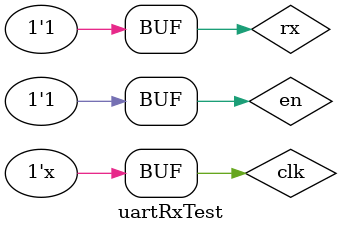
<source format=v>
module uartRx (
	input CLK,
	input RX,
	input EN,
	output reg [7:0] DATA,
	output reg DR,
	output reg ERR
);

parameter pClk = 50000000;
parameter pBaud = 9600;
parameter pTop = pClk / pBaud - 1;
reg [23:0] prec = pTop;	// current count
reg [3:0] count;
reg rx;

always @(posedge CLK) begin
	if (EN) begin
		ERR = ERR && !rx;
		if(!ERR) begin
			if (count == 0) begin // Пусто
				if (rx)
					prec <= pTop / 2;
				else begin // Ждём старт
					if (prec == 0) begin // Засекаем первый бит
						prec <= pTop;
						count = count + 1;
						DR <= 0;
						ERR <= 0;
					end else prec <= prec - 1;
				end
			end else begin 
				if (prec == 0) begin
					if (count == 9) begin // стоп бит
						ERR <= !rx;
						DR <= 1;
						count <= 0;
					end else begin				
						DATA <= {rx, DATA[7:1]};
						count = count + 4'b1;
					end
					prec <= pTop;
				end else prec <= prec - 1;
			end
		end
		rx <= RX;
	end else begin
		DR <= 0;
		ERR <= 0;
		DATA <= 0;
		count <= 0;
		rx <= 1;
	end
end

endmodule

//`timescale 1ns / 100ps
module uartRxTest;

reg rx, clk, en;
wire [7:0]data;
wire dr, err;

uartRx #(.pClk(200), .pBaud(40)) uartRx_inst(clk, rx, en, dr, err);

always
  #5 clk = ~clk;

initial
begin
  clk = 1;
  en = 0;
  rx = 1;
  #20 en = 1;
  #30 rx = 0; // Стартовый бит
  #50 rx = 1; // 0      01100001
  #50 rx = 0; // 1
  #200 rx = 1; // 5
  #100 rx = 0;
  #50 rx = 1; // Стоп бит
  
  #50 rx = 0; // Стартовый бит
  #50 rx = 0; // 0      10011110
  #50 rx = 1; // 1
  #200 rx = 0; // 5
  #100 rx = 1;
  #50 rx = 0; // Стоп бит  
  
  #150 rx = 1; // Отпустим линию
end

endmodule


</source>
